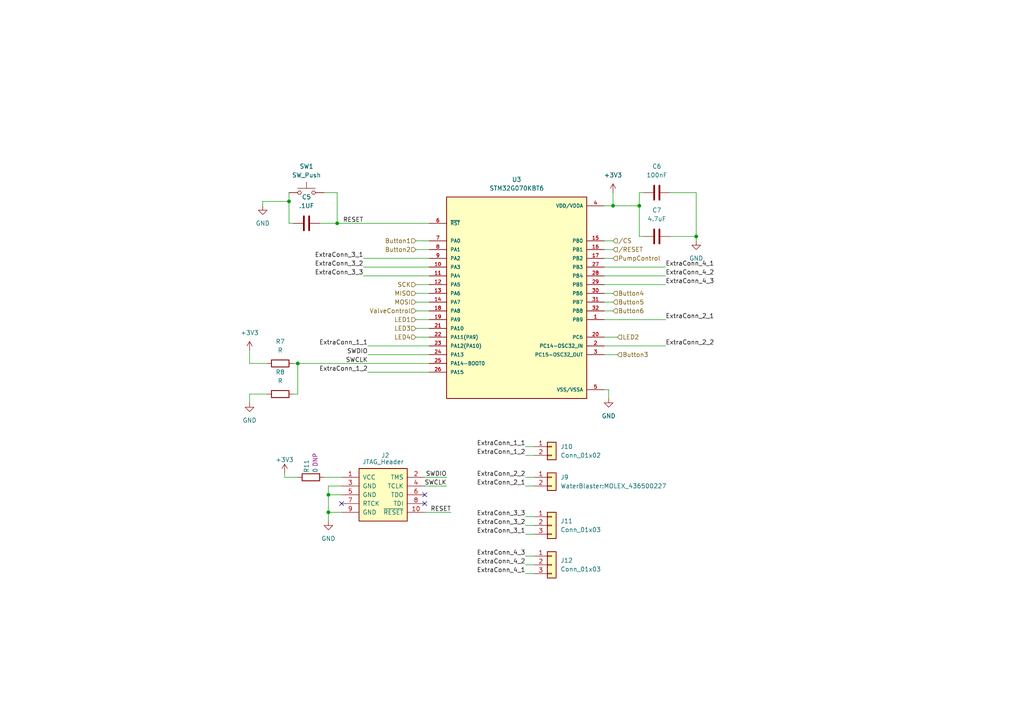
<source format=kicad_sch>
(kicad_sch (version 20250114) (generator "eeschema") (generator_version "9.0")
  (paper "A4")
  (lib_symbols
    (symbol "Connector_Generic:Conn_01x02" (pin_names (offset 1.016) (hide yes))
      (property "Reference" "J" (at 0 2.54 0))
      (property "Value" "Conn_01x02" (at 0 -5.08 0))
      (symbol "Conn_01x02_1_1"
        (rectangle (start -1.27 1.27) (end 1.27 -3.81) (stroke (width 0.254)) (fill (type background)))
        (rectangle (start -1.27 0.127) (end 0 -0.127) (stroke (width 0.1524)))
        (rectangle (start -1.27 -2.413) (end 0 -2.667) (stroke (width 0.1524)))
        (pin passive line (at -5.08 0 0) (length 3.81) (name "Pin_1") (number "1"))
        (pin passive line (at -5.08 -2.54 0) (length 3.81) (name "Pin_2") (number "2"))
      )
    )
    (symbol "Connector_Generic:Conn_01x03" (pin_names (offset 1.016) (hide yes))
      (property "Reference" "J" (at 0 5.08 0))
      (property "Value" "Conn_01x03" (at 0 -5.08 0))
      (symbol "Conn_01x03_1_1"
        (rectangle (start -1.27 3.81) (end 1.27 -3.81) (stroke (width 0.254)) (fill (type background)))
        (rectangle (start -1.27 2.667) (end 0 2.413) (stroke (width 0.1524)))
        (rectangle (start -1.27 0.127) (end 0 -0.127) (stroke (width 0.1524)))
        (rectangle (start -1.27 -2.413) (end 0 -2.667) (stroke (width 0.1524)))
        (pin passive line (at -5.08 2.54 0) (length 3.81) (name "Pin_1") (number "1"))
        (pin passive line (at -5.08 0 0) (length 3.81) (name "Pin_2") (number "2"))
        (pin passive line (at -5.08 -2.54 0) (length 3.81) (name "Pin_3") (number "3"))
      )
    )
    (symbol "Connector_ISC:JTAG_header" (pin_names (offset 1.016))
      (property "Reference" "J" (at -5.08 -2.54 0))
      (property "Value" "JTAG_header" (at 0 -21.59 0))
      (symbol "JTAG_header_0_1"
        (rectangle (start -6.35 -3.81) (end 7.62 -19.05) (stroke (width 0.254)) (fill (type background)))
      )
      (symbol "JTAG_header_1_1"
        (pin passive line (at -11.43 -6.35 0) (length 5.08) (name "VCC") (number "1"))
        (pin passive line (at -11.43 -8.89 0) (length 5.08) (name "GND") (number "3"))
        (pin passive line (at -11.43 -11.43 0) (length 5.08) (name "GND") (number "5"))
        (pin passive line (at -11.43 -13.97 0) (length 5.08) (name "RTCK") (number "7"))
        (pin passive line (at -11.43 -16.51 0) (length 5.08) (name "GND") (number "9"))
        (pin passive line (at 12.7 -6.35 180) (length 5.08) (name "TMS") (number "2"))
        (pin passive line (at 12.7 -8.89 180) (length 5.08) (name "TCLK") (number "4"))
        (pin passive line (at 12.7 -11.43 180) (length 5.08) (name "TDO") (number "6"))
        (pin passive line (at 12.7 -13.97 180) (length 5.08) (name "TDI") (number "8"))
        (pin passive line (at 12.7 -16.51 180) (length 5.08) (name "~{RESET}") (number "10"))
      )
    )
    (symbol "Device:C" (pin_numbers (hide yes)) (pin_names (offset 0.254))
      (property "Reference" "C" (at 0.635 2.54 0))
      (property "Value" "C" (at 0.635 -2.54 0))
      (symbol "C_0_1"
        (polyline (pts (xy -2.032 0.762) (xy 2.032 0.762)) (stroke (width 0.508)))
        (polyline (pts (xy -2.032 -0.762) (xy 2.032 -0.762)) (stroke (width 0.508)))
      )
      (symbol "C_1_1"
        (pin passive line (at 0 3.81 270) (length 2.794) (name "~") (number "1"))
        (pin passive line (at 0 -3.81 90) (length 2.794) (name "~") (number "2"))
      )
    )
    (symbol "Device:R" (pin_numbers (hide yes)) (pin_names (offset 0))
      (property "Reference" "R" (at 2.032 0 90))
      (property "Value" "R" (at 0 0 90))
      (symbol "R_0_1"
        (rectangle (start -1.016 -2.54) (end 1.016 2.54) (stroke (width 0.254)))
      )
      (symbol "R_1_1"
        (pin passive line (at 0 3.81 270) (length 1.27) (name "~") (number "1"))
        (pin passive line (at 0 -3.81 90) (length 1.27) (name "~") (number "2"))
      )
    )
    (symbol "Switch:SW_Push" (pin_numbers (hide yes)) (pin_names (offset 1.016) (hide yes))
      (property "Reference" "SW" (at 1.27 2.54 0))
      (property "Value" "SW_Push" (at 0 -1.524 0))
      (symbol "SW_Push_0_1"
        (circle (center -2.032 0) (radius 0.508))
        (polyline (pts (xy 0 1.27) (xy 0 3.048)))
        (circle (center 2.032 0) (radius 0.508))
        (polyline (pts (xy 2.54 1.27) (xy -2.54 1.27)))
        (pin passive line (at -5.08 0 0) (length 2.54) (name "1") (number "1"))
        (pin passive line (at 5.08 0 180) (length 2.54) (name "2") (number "2"))
      )
    )
    (symbol "WaterBlaster:STM32G070KBT6" (pin_names (offset 1.016))
      (property "Reference" "U" (at -20.32 28.702 0))
      (property "Value" "STM32G070KBT6" (at -20.32 -33.02 0))
      (symbol "STM32G070KBT6_0_0"
        (rectangle (start -20.32 -30.48) (end 20.32 27.94) (stroke (width 0.254)) (fill (type background)))
        (pin bidirectional line (at -25.4 20.32 0) (length 5.08) (name "~{RST}") (number "6"))
        (pin bidirectional line (at -25.4 15.24 0) (length 5.08) (name "PA0") (number "7"))
        (pin bidirectional line (at -25.4 12.7 0) (length 5.08) (name "PA1") (number "8"))
        (pin bidirectional line (at -25.4 10.16 0) (length 5.08) (name "PA2") (number "9"))
        (pin bidirectional line (at -25.4 7.62 0) (length 5.08) (name "PA3") (number "10"))
        (pin bidirectional line (at -25.4 5.08 0) (length 5.08) (name "PA4") (number "11"))
        (pin bidirectional line (at -25.4 2.54 0) (length 5.08) (name "PA5") (number "12"))
        (pin bidirectional line (at -25.4 0 0) (length 5.08) (name "PA6") (number "13"))
        (pin bidirectional line (at -25.4 -2.54 0) (length 5.08) (name "PA7") (number "14"))
        (pin bidirectional line (at -25.4 -5.08 0) (length 5.08) (name "PA8") (number "18"))
        (pin bidirectional line (at -25.4 -7.62 0) (length 5.08) (name "PA9") (number "19"))
        (pin bidirectional line (at -25.4 -10.16 0) (length 5.08) (name "PA10") (number "21"))
        (pin bidirectional line (at -25.4 -12.7 0) (length 5.08) (name "PA11(PA9)") (number "22"))
        (pin bidirectional line (at -25.4 -15.24 0) (length 5.08) (name "PA12(PA10)") (number "23"))
        (pin bidirectional line (at -25.4 -17.78 0) (length 5.08) (name "PA13") (number "24"))
        (pin bidirectional line (at -25.4 -20.32 0) (length 5.08) (name "PA14-BOOT0") (number "25"))
        (pin bidirectional line (at -25.4 -22.86 0) (length 5.08) (name "PA15") (number "26"))
        (pin power_in line (at 25.4 25.4 180) (length 5.08) (name "VDD/VDDA") (number "4"))
        (pin bidirectional line (at 25.4 15.24 180) (length 5.08) (name "PB0") (number "15"))
        (pin bidirectional line (at 25.4 12.7 180) (length 5.08) (name "PB1") (number "16"))
        (pin bidirectional line (at 25.4 10.16 180) (length 5.08) (name "PB2") (number "17"))
        (pin bidirectional line (at 25.4 7.62 180) (length 5.08) (name "PB3") (number "27"))
        (pin bidirectional line (at 25.4 5.08 180) (length 5.08) (name "PB4") (number "28"))
        (pin bidirectional line (at 25.4 2.54 180) (length 5.08) (name "PB5") (number "29"))
        (pin bidirectional line (at 25.4 0 180) (length 5.08) (name "PB6") (number "30"))
        (pin bidirectional line (at 25.4 -2.54 180) (length 5.08) (name "PB7") (number "31"))
        (pin bidirectional line (at 25.4 -5.08 180) (length 5.08) (name "PB8") (number "32"))
        (pin bidirectional line (at 25.4 -7.62 180) (length 5.08) (name "PB9") (number "1"))
        (pin bidirectional line (at 25.4 -12.7 180) (length 5.08) (name "PC6") (number "20"))
        (pin bidirectional line (at 25.4 -15.24 180) (length 5.08) (name "PC14-OSC32_IN") (number "2"))
        (pin bidirectional line (at 25.4 -17.78 180) (length 5.08) (name "PC15-OSC32_OUT") (number "3"))
        (pin power_in line (at 25.4 -27.94 180) (length 5.08) (name "VSS/VSSA") (number "5"))
      )
    )
    (symbol "device:R" (pin_numbers (hide yes)) (pin_names (offset 0))
      (property "Reference" "R" (at 2.032 0 90))
      (property "Value" "R" (at 0 0 90))
      (symbol "R_0_1"
        (rectangle (start -1.016 -2.54) (end 1.016 2.54) (stroke (width 0.254)))
      )
      (symbol "R_1_1"
        (pin passive line (at 0 3.81 270) (length 1.27) (name "~") (number "1"))
        (pin passive line (at 0 -3.81 90) (length 1.27) (name "~") (number "2"))
      )
    )
    (symbol "power:+3V3" (power) (pin_names (offset 0))
      (property "Value" "+3V3" (at 0 3.556 0))
      (symbol "+3V3_0_1"
        (polyline (pts (xy -0.762 1.27) (xy 0 2.54)))
        (polyline (pts (xy 0 2.54) (xy 0.762 1.27)))
        (polyline (pts (xy 0 0) (xy 0 2.54)))
      )
      (symbol "+3V3_1_1"
        (pin power_in line (at 0 0 90) (length 0) (hide yes) (name "+3V3") (number "1"))
      )
    )
    (symbol "power:GND" (power) (pin_names (offset 0))
      (property "Value" "GND" (at 0 -3.81 0))
      (symbol "GND_0_1"
        (polyline (pts (xy 0 0) (xy 0 -1.27) (xy 1.27 -1.27) (xy 0 -2.54) (xy -1.27 -1.27) (xy 0 -1.27)))
      )
      (symbol "GND_1_1"
        (pin power_in line (at 0 0 270) (length 0) (hide yes) (name "GND") (number "1"))
      )
    )
  )
  (junction (at 95.25 143.51))
  (junction (at 83.82 58.42))
  (junction (at 86.36 105.41))
  (junction (at 177.8 59.69))
  (junction (at 95.25 148.59))
  (junction (at 201.93 68.58))
  (junction (at 97.79 64.77))
  (junction (at 185.42 59.69))
  (no_connect (at 123.19 143.51))
  (no_connect (at 99.06 146.05))
  (no_connect (at 123.19 146.05))
  (wire (pts (xy 152.4 129.54) (xy 154.94 129.54)))
  (wire (pts (xy 175.26 97.79) (xy 179.07 97.79)))
  (wire (pts (xy 175.26 100.33) (xy 193.04 100.33)))
  (wire (pts (xy 97.79 64.77) (xy 97.79 55.88)))
  (wire (pts (xy 175.26 113.03) (xy 176.53 113.03)))
  (wire (pts (xy 185.42 68.58) (xy 186.69 68.58)))
  (wire (pts (xy 77.47 114.3) (xy 72.39 114.3)))
  (wire (pts (xy 175.26 74.93) (xy 177.8 74.93)))
  (wire (pts (xy 175.26 102.87) (xy 179.07 102.87)))
  (wire (pts (xy 152.4 166.37) (xy 154.94 166.37)))
  (wire (pts (xy 185.42 55.88) (xy 186.69 55.88)))
  (wire (pts (xy 85.09 64.77) (xy 83.82 64.77)))
  (wire (pts (xy 105.41 77.47) (xy 124.46 77.47)))
  (wire (pts (xy 120.65 92.71) (xy 124.46 92.71)))
  (wire (pts (xy 175.26 92.71) (xy 193.04 92.71)))
  (wire (pts (xy 176.53 113.03) (xy 176.53 115.57)))
  (wire (pts (xy 105.41 80.01) (xy 124.46 80.01)))
  (wire (pts (xy 76.2 58.42) (xy 83.82 58.42)))
  (wire (pts (xy 152.4 149.86) (xy 154.94 149.86)))
  (wire (pts (xy 82.55 137.16) (xy 82.55 138.43)))
  (wire (pts (xy 194.31 68.58) (xy 201.93 68.58)))
  (wire (pts (xy 152.4 140.97) (xy 154.94 140.97)))
  (wire (pts (xy 99.06 140.97) (xy 95.25 140.97)))
  (wire (pts (xy 152.4 138.43) (xy 154.94 138.43)))
  (wire (pts (xy 120.65 69.85) (xy 124.46 69.85)))
  (wire (pts (xy 105.41 74.93) (xy 124.46 74.93)))
  (wire (pts (xy 177.8 59.69) (xy 185.42 59.69)))
  (wire (pts (xy 99.06 148.59) (xy 95.25 148.59)))
  (wire (pts (xy 72.39 105.41) (xy 72.39 101.6)))
  (wire (pts (xy 175.26 90.17) (xy 177.8 90.17)))
  (wire (pts (xy 95.25 148.59) (xy 95.25 151.13)))
  (wire (pts (xy 123.19 138.43) (xy 129.54 138.43)))
  (wire (pts (xy 185.42 55.88) (xy 185.42 59.69)))
  (wire (pts (xy 95.25 140.97) (xy 95.25 143.51)))
  (wire (pts (xy 76.2 58.42) (xy 76.2 59.69)))
  (wire (pts (xy 175.26 69.85) (xy 177.8 69.85)))
  (wire (pts (xy 106.68 100.33) (xy 124.46 100.33)))
  (wire (pts (xy 185.42 68.58) (xy 185.42 59.69)))
  (wire (pts (xy 97.79 55.88) (xy 93.98 55.88)))
  (wire (pts (xy 120.65 85.09) (xy 124.46 85.09)))
  (wire (pts (xy 86.36 105.41) (xy 86.36 114.3)))
  (wire (pts (xy 92.71 64.77) (xy 97.79 64.77)))
  (wire (pts (xy 194.31 55.88) (xy 201.93 55.88)))
  (wire (pts (xy 85.09 105.41) (xy 86.36 105.41)))
  (wire (pts (xy 106.68 107.95) (xy 124.46 107.95)))
  (wire (pts (xy 99.06 143.51) (xy 95.25 143.51)))
  (wire (pts (xy 123.19 140.97) (xy 129.54 140.97)))
  (wire (pts (xy 86.36 105.41) (xy 124.46 105.41)))
  (wire (pts (xy 175.26 77.47) (xy 193.04 77.47)))
  (wire (pts (xy 152.4 132.08) (xy 154.94 132.08)))
  (wire (pts (xy 86.36 114.3) (xy 85.09 114.3)))
  (wire (pts (xy 201.93 55.88) (xy 201.93 68.58)))
  (wire (pts (xy 152.4 161.29) (xy 154.94 161.29)))
  (wire (pts (xy 175.26 80.01) (xy 193.04 80.01)))
  (wire (pts (xy 175.26 59.69) (xy 177.8 59.69)))
  (wire (pts (xy 106.68 102.87) (xy 124.46 102.87)))
  (wire (pts (xy 72.39 114.3) (xy 72.39 116.84)))
  (wire (pts (xy 175.26 87.63) (xy 177.8 87.63)))
  (wire (pts (xy 152.4 154.94) (xy 154.94 154.94)))
  (wire (pts (xy 120.65 72.39) (xy 124.46 72.39)))
  (wire (pts (xy 175.26 82.55) (xy 193.04 82.55)))
  (wire (pts (xy 86.36 138.43) (xy 82.55 138.43)))
  (wire (pts (xy 93.98 138.43) (xy 99.06 138.43)))
  (wire (pts (xy 83.82 55.88) (xy 83.82 58.42)))
  (wire (pts (xy 120.65 95.25) (xy 124.46 95.25)))
  (wire (pts (xy 152.4 163.83) (xy 154.94 163.83)))
  (wire (pts (xy 123.19 148.59) (xy 130.81 148.59)))
  (wire (pts (xy 177.8 55.88) (xy 177.8 59.69)))
  (wire (pts (xy 120.65 97.79) (xy 124.46 97.79)))
  (wire (pts (xy 77.47 105.41) (xy 72.39 105.41)))
  (wire (pts (xy 120.65 87.63) (xy 124.46 87.63)))
  (wire (pts (xy 175.26 72.39) (xy 177.8 72.39)))
  (wire (pts (xy 83.82 64.77) (xy 83.82 58.42)))
  (wire (pts (xy 201.93 68.58) (xy 201.93 69.85)))
  (wire (pts (xy 120.65 82.55) (xy 124.46 82.55)))
  (wire (pts (xy 97.79 64.77) (xy 124.46 64.77)))
  (wire (pts (xy 120.65 90.17) (xy 124.46 90.17)))
  (wire (pts (xy 175.26 85.09) (xy 177.8 85.09)))
  (wire (pts (xy 152.4 152.4) (xy 154.94 152.4)))
  (wire (pts (xy 95.25 143.51) (xy 95.25 148.59)))
  (label "ExtraConn_3_3" (at 105.41 80.01 180))
  (label "RESET" (at 130.81 148.59 180))
  (label "ExtraConn_4_1" (at 152.4 166.37 180))
  (label "SWCLK" (at 106.68 105.41 180))
  (label "ExtraConn_4_1" (at 193.04 77.47 0))
  (label "ExtraConn_1_2" (at 152.4 132.08 180))
  (label "ExtraConn_4_3" (at 193.04 82.55 0))
  (label "ExtraConn_3_1" (at 105.41 74.93 180))
  (label "ExtraConn_1_1" (at 152.4 129.54 180))
  (label "ExtraConn_4_2" (at 152.4 163.83 180))
  (label "ExtraConn_2_2" (at 193.04 100.33 0))
  (label "ExtraConn_1_2" (at 106.68 107.95 180))
  (label "ExtraConn_4_3" (at 152.4 161.29 180))
  (label "ExtraConn_2_1" (at 193.04 92.71 0))
  (label "ExtraConn_2_2" (at 152.4 138.43 180))
  (label "ExtraConn_3_2" (at 105.41 77.47 180))
  (label "ExtraConn_3_3" (at 152.4 149.86 180))
  (label "ExtraConn_3_1" (at 152.4 154.94 180))
  (label "ExtraConn_4_2" (at 193.04 80.01 0))
  (label "ExtraConn_2_1" (at 152.4 140.97 180))
  (label "SWDIO" (at 129.54 138.43 180))
  (label "ExtraConn_1_1" (at 106.68 100.33 180))
  (label "SWDIO" (at 106.68 102.87 180))
  (label "SWCLK" (at 129.54 140.97 180))
  (label "ExtraConn_3_2" (at 152.4 152.4 180))
  (label "RESET" (at 105.41 64.77 180))
  (hierarchical_label "MOSI" (shape input) (at 120.65 87.63 180))
  (hierarchical_label "LED1" (shape input) (at 120.65 92.71 180))
  (hierarchical_label "LED2" (shape input) (at 179.07 97.79 0))
  (hierarchical_label "Button4" (shape input) (at 177.8 85.09 0))
  (hierarchical_label "{slash}RESET" (shape input) (at 177.8 72.39 0))
  (hierarchical_label "Button1" (shape input) (at 120.65 69.85 180))
  (hierarchical_label "MISO" (shape input) (at 120.65 85.09 180))
  (hierarchical_label "PumpControl" (shape input) (at 177.8 74.93 0))
  (hierarchical_label "Button3" (shape input) (at 179.07 102.87 0))
  (hierarchical_label "Button2" (shape input) (at 120.65 72.39 180))
  (hierarchical_label "LED3" (shape input) (at 120.65 95.25 180))
  (hierarchical_label "Button5" (shape input) (at 177.8 87.63 0))
  (hierarchical_label "ValveControl" (shape input) (at 120.65 90.17 180))
  (hierarchical_label "Button6" (shape input) (at 177.8 90.17 0))
  (hierarchical_label "SCK" (shape input) (at 120.65 82.55 180))
  (hierarchical_label "LED4" (shape input) (at 120.65 97.79 180))
  (hierarchical_label "{slash}CS" (shape input) (at 177.8 69.85 0))
  (symbol (lib_id "WaterBlaster:STM32G070KBT6") (at 149.86 85.09 0) (unit 1)
    (property "Reference" "U3" (at 149.86 52.07 0))
    (property "Value" "STM32G070KBT6" (at 149.86 54.61 0))
    (property "Footprint" "Package_QFP:LQFP-32_7x7mm_P0.8mm" (effects (hide yes)))
    (property "PARTREV" "2" (effects (hide yes)))
    (property "STANDARD" "IPC-7351B" (effects (hide yes)))
    (property "MAXIMUM_PACKAGE_HEIGHT" "1.6mm" (effects (hide yes)))
    (property "MANUFACTURER" "STMicroelectronics" (effects (hide yes)))
  )
  (symbol (lib_id "Device:R") (at 81.28 105.41 90) (unit 1)
    (property "Reference" "R7" (at 81.28 99.06 90))
    (property "Value" "R" (at 81.28 101.6 90))
    (property "Footprint" "Resistor_SMD:R_0603_1608Metric_Pad0.98x0.95mm_HandSolder" (effects (hide yes)))
  )
  (symbol (lib_id "power:+3V3") (at 82.55 137.16 0) (unit 1)
    (property "Reference" "#PWR024" (effects (hide yes)))
    (property "Value" "+3V3" (at 82.55 133.35 0))
    (instances (project "CANalyzer_v4.0" (path "" (reference "#PWR022") (unit 1))) (project "WaterBlasterV2" (path "" (reference "#PWR024") (unit 1))))
  )
  (symbol (lib_id "Device:R") (at 81.28 114.3 90) (unit 1)
    (property "Reference" "R8" (at 81.28 107.95 90))
    (property "Value" "R" (at 81.28 110.49 90))
    (property "Footprint" "Resistor_SMD:R_0603_1608Metric_Pad0.98x0.95mm_HandSolder" (effects (hide yes)))
  )
  (symbol (lib_id "power:GND") (at 95.25 151.13 0) (unit 1)
    (property "Reference" "#PWR025" (effects (hide yes)))
    (property "Value" "GND" (at 95.25 156.21 0))
    (instances (project "CANalyzer_v4.0" (path "" (reference "#PWR024") (unit 1))) (project "WaterBlasterV2" (path "" (reference "#PWR025") (unit 1))))
  )
  (symbol (lib_id "device:R") (at 90.17 138.43 90) (unit 1)
    (property "Reference" "R9" (at 88.9 137.16 0) (effects (justify left)))
    (property "Value" "0" (at 91.44 137.16 0) (effects (justify left)))
    (property "Footprint" "Resistor_SMD:R_0603_1608Metric_Pad0.98x0.95mm_HandSolder" (effects (hide yes)))
    (property "DNP" "DNP" (at 91.44 133.35 0))
    (property "MPN" "RES SMD 0 OHM 5% 1/4W 0603" (effects (hide yes)))
    (instances (project "CANalyzer_v4.0" (path "" (reference "R11") (unit 1))) (project "WaterBlasterV2" (path "" (reference "R9") (unit 1))))
  )
  (symbol (lib_id "power:GND") (at 76.2 59.69 0) (unit 1)
    (property "Reference" "#PWR019" (effects (hide yes)))
    (property "Value" "GND" (at 76.2 64.77 0))
  )
  (symbol (lib_id "Connector_Generic:Conn_01x02") (at 160.02 138.43 0) (unit 1)
    (property "Reference" "J9" (at 162.56 138.43 0) (effects (justify left)))
    (property "Value" "WaterBlaster:MOLEX_436500227" (at 162.56 140.97 0) (effects (justify left)))
    (property "Footprint" "WaterBlaster:MOLEX_436500227" (effects (hide yes)))
  )
  (symbol (lib_id "power:GND") (at 176.53 115.57 0) (unit 1)
    (property "Reference" "#PWR022" (effects (hide yes)))
    (property "Value" "GND" (at 176.53 120.65 0))
  )
  (symbol (lib_id "Device:C") (at 190.5 55.88 90) (unit 1)
    (property "Reference" "C6" (at 190.5 48.26 90))
    (property "Value" "100nF" (at 190.5 50.8 90))
    (property "Footprint" "Capacitor_SMD:C_0603_1608Metric_Pad1.08x0.95mm_HandSolder" (effects (hide yes)))
  )
  (symbol (lib_id "power:+3V3") (at 72.39 101.6 0) (unit 1)
    (property "Reference" "#PWR021" (effects (hide yes)))
    (property "Value" "+3V3" (at 72.39 96.52 0))
  )
  (symbol (lib_id "Connector_Generic:Conn_01x03") (at 160.02 152.4 0) (unit 1)
    (property "Reference" "J11" (at 162.56 151.13 0) (effects (justify left)))
    (property "Value" "Conn_01x03" (at 162.56 153.67 0) (effects (justify left)))
    (property "Footprint" "WaterBlaster:MOLEX_436500317" (effects (hide yes)))
  )
  (symbol (lib_id "Connector_Generic:Conn_01x02") (at 160.02 129.54 0) (unit 1)
    (property "Reference" "J10" (at 162.56 129.54 0) (effects (justify left)))
    (property "Value" "Conn_01x02" (at 162.56 132.08 0) (effects (justify left)))
    (property "Footprint" "WaterBlaster:MOLEX_436500227" (effects (hide yes)))
  )
  (symbol (lib_id "Device:C") (at 190.5 68.58 90) (unit 1)
    (property "Reference" "C7" (at 190.5 60.96 90))
    (property "Value" "4.7uF" (at 190.5 63.5 90))
    (property "Footprint" "Capacitor_SMD:C_0603_1608Metric_Pad1.08x0.95mm_HandSolder" (effects (hide yes)))
  )
  (symbol (lib_id "Connector_ISC:JTAG_header") (at 110.49 132.08 0) (unit 1)
    (property "Reference" "J2" (at 111.76 132.08 0))
    (property "Value" "JTAG_Header" (at 111.125 133.9596 0))
    (property "Footprint" "WaterBlaster:CONN_3220-10-0100-00_CNC" (effects (hide yes)))
    (property "Note" "JTAG_header" (effects (hide yes)))
    (property "MPN" "3220-10-0100-00" (effects (hide yes)))
  )
  (symbol (lib_id "power:GND") (at 201.93 69.85 0) (unit 1)
    (property "Reference" "#PWR046" (effects (hide yes)))
    (property "Value" "GND" (at 201.93 74.93 0))
  )
  (symbol (lib_id "power:GND") (at 72.39 116.84 0) (unit 1)
    (property "Reference" "#PWR020" (effects (hide yes)))
    (property "Value" "GND" (at 72.39 121.92 0))
  )
  (symbol (lib_id "Switch:SW_Push") (at 88.9 55.88 0) (unit 1)
    (property "Reference" "SW1" (at 88.9 48.26 0))
    (property "Value" "SW_Push" (at 88.9 50.8 0))
    (property "Footprint" "WaterBlaster:PTS645SL43SMTR92LFS_CNK" (effects (hide yes)))
  )
  (symbol (lib_id "power:+3V3") (at 177.8 55.88 0) (unit 1)
    (property "Reference" "#PWR023" (effects (hide yes)))
    (property "Value" "+3V3" (at 177.8 50.8 0))
  )
  (symbol (lib_id "Device:C") (at 88.9 64.77 270) (unit 1)
    (property "Reference" "C5" (at 88.9 57.15 90))
    (property "Value" ".1UF" (at 88.9 59.69 90))
    (property "Footprint" "Capacitor_SMD:C_0603_1608Metric_Pad1.08x0.95mm_HandSolder" (effects (hide yes)))
  )
  (symbol (lib_id "Connector_Generic:Conn_01x03") (at 160.02 163.83 0) (unit 1)
    (property "Reference" "J12" (at 162.56 162.56 0) (effects (justify left)))
    (property "Value" "Conn_01x03" (at 162.56 165.1 0) (effects (justify left)))
    (property "Footprint" "WaterBlaster:MOLEX_436500317" (effects (hide yes)))
  )
)
</source>
